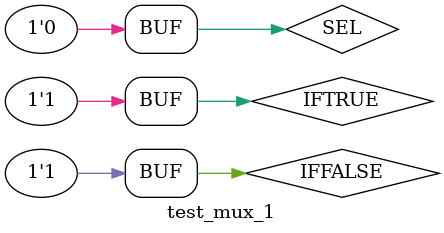
<source format=v>
`timescale 1ns / 1ps


module test_mux_1;

	// Inputs
	reg SEL;
	reg IFTRUE;
	reg IFFALSE;

	// Outputs
	wire OUT;

	// Instantiate the Unit Under Test (UUT)
	ONE_BIT_TWO_TO_ONE_MUX uut (
		.SEL(SEL), 
		.IFTRUE(IFTRUE), 
		.IFFALSE(IFFALSE), 
		.OUT(OUT)
	);

	initial begin
		// Initialize Inputs
		SEL = 0;
		IFTRUE = 0;
		IFFALSE = 0;
	
		// Wait 100 ns for global reset to finish 
		#100;
		SEL = 0;
		IFTRUE = 1;
		IFFALSE = 1;
        
		// Add stimulus here

	end
      
endmodule


</source>
